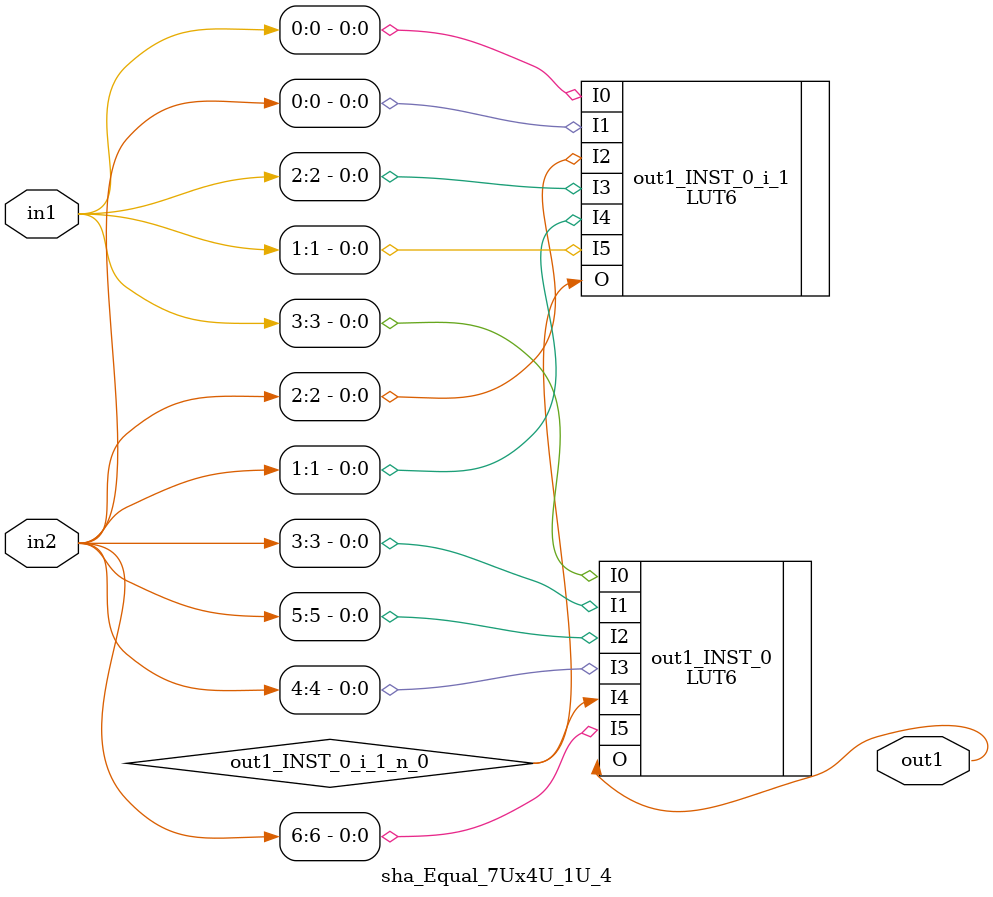
<source format=v>
`timescale 1 ps / 1 ps

(* STRUCTURAL_NETLIST = "yes" *)
module sha_Equal_7Ux4U_1U_4
   (in2,
    in1,
    out1);
  input [6:0]in2;
  input [3:0]in1;
  output out1;

  wire [3:0]in1;
  wire [6:0]in2;
  wire out1;
  wire out1_INST_0_i_1_n_0;

  LUT6 #(
    .INIT(64'h0000000000090000)) 
    out1_INST_0
       (.I0(in1[3]),
        .I1(in2[3]),
        .I2(in2[5]),
        .I3(in2[4]),
        .I4(out1_INST_0_i_1_n_0),
        .I5(in2[6]),
        .O(out1));
  LUT6 #(
    .INIT(64'h9009000000009009)) 
    out1_INST_0_i_1
       (.I0(in1[0]),
        .I1(in2[0]),
        .I2(in2[2]),
        .I3(in1[2]),
        .I4(in2[1]),
        .I5(in1[1]),
        .O(out1_INST_0_i_1_n_0));
endmodule


</source>
